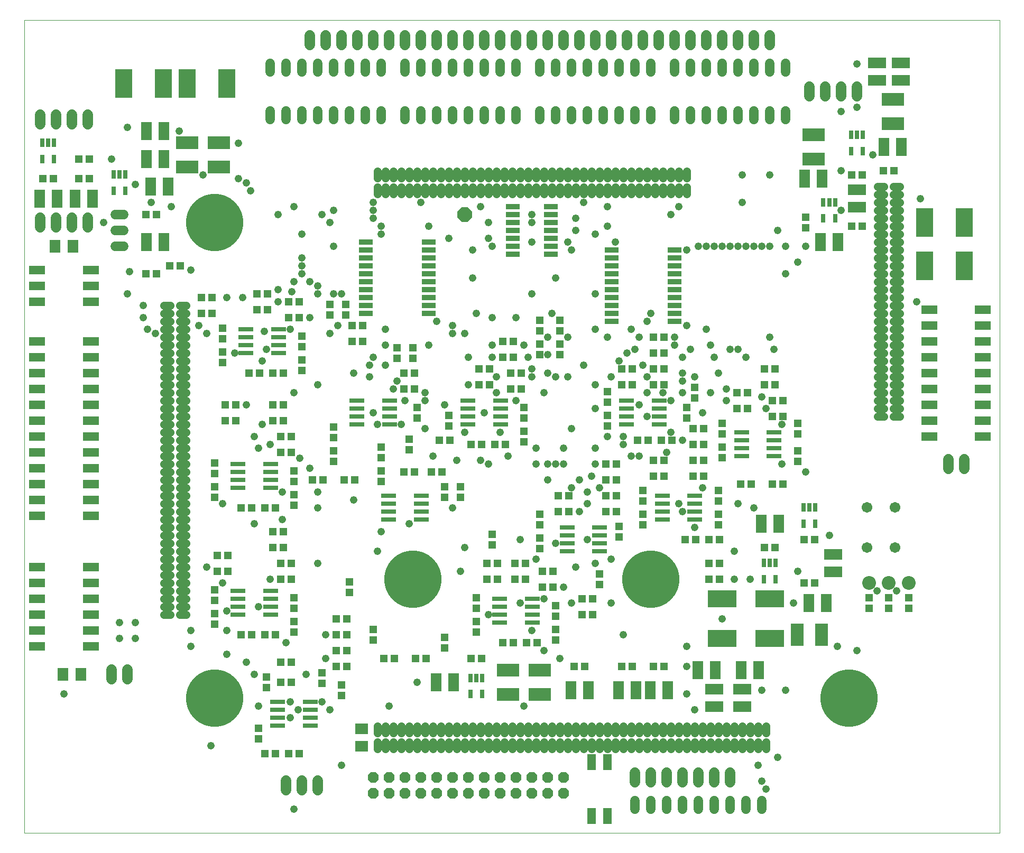
<source format=gts>
G75*
G70*
%OFA0B0*%
%FSLAX24Y24*%
%IPPOS*%
%LPD*%
%AMOC8*
5,1,8,0,0,1.08239X$1,22.5*
%
%ADD10C,0.0000*%
%ADD11C,0.0500*%
%ADD12R,0.0513X0.0474*%
%ADD13R,0.0474X0.0513*%
%ADD14R,0.0946X0.0316*%
%ADD15C,0.0600*%
%ADD16R,0.0880X0.0340*%
%ADD17R,0.1041X0.0525*%
%ADD18R,0.0710X0.1143*%
%ADD19C,0.0680*%
%ADD20OC8,0.0680*%
%ADD21R,0.0525X0.1041*%
%ADD22C,0.0867*%
%ADD23C,0.0674*%
%ADD24OC8,0.0930*%
%ADD25R,0.0297X0.0552*%
%ADD26R,0.1084X0.1812*%
%ADD27R,0.1419X0.0828*%
%ADD28R,0.1143X0.0710*%
%ADD29R,0.0828X0.1419*%
%ADD30R,0.0790X0.0710*%
%ADD31R,0.0710X0.0790*%
%ADD32R,0.1812X0.1084*%
%ADD33C,0.3623*%
%ADD34C,0.0476*%
D10*
X003680Y002180D02*
X003680Y053430D01*
X065180Y053430D01*
X065180Y002180D01*
X003680Y002180D01*
D11*
X012470Y015930D02*
X012890Y015930D01*
X012890Y016430D02*
X012470Y016430D01*
X012470Y016930D02*
X012890Y016930D01*
X012890Y017430D02*
X012470Y017430D01*
X012470Y017930D02*
X012890Y017930D01*
X012890Y018430D02*
X012470Y018430D01*
X012470Y018930D02*
X012890Y018930D01*
X012890Y019430D02*
X012470Y019430D01*
X012470Y019930D02*
X012890Y019930D01*
X012890Y020430D02*
X012470Y020430D01*
X012470Y020930D02*
X012890Y020930D01*
X012890Y021430D02*
X012470Y021430D01*
X012470Y021930D02*
X012890Y021930D01*
X012890Y022430D02*
X012470Y022430D01*
X012470Y022930D02*
X012890Y022930D01*
X012890Y023430D02*
X012470Y023430D01*
X012470Y023930D02*
X012890Y023930D01*
X012890Y024430D02*
X012470Y024430D01*
X012470Y024930D02*
X012890Y024930D01*
X012890Y025430D02*
X012470Y025430D01*
X012470Y025930D02*
X012890Y025930D01*
X012890Y026430D02*
X012470Y026430D01*
X012470Y026930D02*
X012890Y026930D01*
X012890Y027430D02*
X012470Y027430D01*
X012470Y027930D02*
X012890Y027930D01*
X012890Y028430D02*
X012470Y028430D01*
X012470Y028930D02*
X012890Y028930D01*
X012890Y029430D02*
X012470Y029430D01*
X012470Y029930D02*
X012890Y029930D01*
X012890Y030430D02*
X012470Y030430D01*
X012470Y030930D02*
X012890Y030930D01*
X012890Y031430D02*
X012470Y031430D01*
X012470Y031930D02*
X012890Y031930D01*
X012890Y032430D02*
X012470Y032430D01*
X012470Y032930D02*
X012890Y032930D01*
X012890Y033430D02*
X012470Y033430D01*
X012470Y033930D02*
X012890Y033930D01*
X012890Y034430D02*
X012470Y034430D01*
X012470Y034930D02*
X012890Y034930D01*
X012890Y035430D02*
X012470Y035430D01*
X013470Y035430D02*
X013890Y035430D01*
X013890Y034930D02*
X013470Y034930D01*
X013470Y034430D02*
X013890Y034430D01*
X013890Y033930D02*
X013470Y033930D01*
X013470Y033430D02*
X013890Y033430D01*
X013890Y032930D02*
X013470Y032930D01*
X013470Y032430D02*
X013890Y032430D01*
X013890Y031930D02*
X013470Y031930D01*
X013470Y031430D02*
X013890Y031430D01*
X013890Y030930D02*
X013470Y030930D01*
X013470Y030430D02*
X013890Y030430D01*
X013890Y029930D02*
X013470Y029930D01*
X013470Y029430D02*
X013890Y029430D01*
X013890Y028930D02*
X013470Y028930D01*
X013470Y028430D02*
X013890Y028430D01*
X013890Y027930D02*
X013470Y027930D01*
X013470Y027430D02*
X013890Y027430D01*
X013890Y026930D02*
X013470Y026930D01*
X013470Y026430D02*
X013890Y026430D01*
X013890Y025930D02*
X013470Y025930D01*
X013470Y025430D02*
X013890Y025430D01*
X013890Y024930D02*
X013470Y024930D01*
X013470Y024430D02*
X013890Y024430D01*
X013890Y023930D02*
X013470Y023930D01*
X013470Y023430D02*
X013890Y023430D01*
X013890Y022930D02*
X013470Y022930D01*
X013470Y022430D02*
X013890Y022430D01*
X013890Y021930D02*
X013470Y021930D01*
X013470Y021430D02*
X013890Y021430D01*
X013890Y020930D02*
X013470Y020930D01*
X013470Y020430D02*
X013890Y020430D01*
X013890Y019930D02*
X013470Y019930D01*
X013470Y019430D02*
X013890Y019430D01*
X013890Y018930D02*
X013470Y018930D01*
X013470Y018430D02*
X013890Y018430D01*
X013890Y017930D02*
X013470Y017930D01*
X013470Y017430D02*
X013890Y017430D01*
X013890Y016930D02*
X013470Y016930D01*
X013470Y016430D02*
X013890Y016430D01*
X013890Y015930D02*
X013470Y015930D01*
X025930Y008890D02*
X025930Y008470D01*
X026430Y008470D02*
X026430Y008890D01*
X026930Y008890D02*
X026930Y008470D01*
X027430Y008470D02*
X027430Y008890D01*
X027930Y008890D02*
X027930Y008470D01*
X028430Y008470D02*
X028430Y008890D01*
X028930Y008890D02*
X028930Y008470D01*
X029430Y008470D02*
X029430Y008890D01*
X029930Y008890D02*
X029930Y008470D01*
X030430Y008470D02*
X030430Y008890D01*
X030930Y008890D02*
X030930Y008470D01*
X031430Y008470D02*
X031430Y008890D01*
X031930Y008890D02*
X031930Y008470D01*
X032430Y008470D02*
X032430Y008890D01*
X032930Y008890D02*
X032930Y008470D01*
X033430Y008470D02*
X033430Y008890D01*
X033930Y008890D02*
X033930Y008470D01*
X034430Y008470D02*
X034430Y008890D01*
X034930Y008890D02*
X034930Y008470D01*
X035430Y008470D02*
X035430Y008890D01*
X035930Y008890D02*
X035930Y008470D01*
X036430Y008470D02*
X036430Y008890D01*
X036930Y008890D02*
X036930Y008470D01*
X037430Y008470D02*
X037430Y008890D01*
X037930Y008890D02*
X037930Y008470D01*
X038430Y008470D02*
X038430Y008890D01*
X038930Y008890D02*
X038930Y008470D01*
X039430Y008470D02*
X039430Y008890D01*
X039930Y008890D02*
X039930Y008470D01*
X040430Y008470D02*
X040430Y008890D01*
X040930Y008890D02*
X040930Y008470D01*
X041430Y008470D02*
X041430Y008890D01*
X041930Y008890D02*
X041930Y008470D01*
X042430Y008470D02*
X042430Y008890D01*
X042930Y008890D02*
X042930Y008470D01*
X043430Y008470D02*
X043430Y008890D01*
X043930Y008890D02*
X043930Y008470D01*
X044430Y008470D02*
X044430Y008890D01*
X044930Y008890D02*
X044930Y008470D01*
X045430Y008470D02*
X045430Y008890D01*
X045930Y008890D02*
X045930Y008470D01*
X046430Y008470D02*
X046430Y008890D01*
X046930Y008890D02*
X046930Y008470D01*
X047430Y008470D02*
X047430Y008890D01*
X047930Y008890D02*
X047930Y008470D01*
X048430Y008470D02*
X048430Y008890D01*
X048930Y008890D02*
X048930Y008470D01*
X049430Y008470D02*
X049430Y008890D01*
X049930Y008890D02*
X049930Y008470D01*
X050430Y008470D02*
X050430Y008890D01*
X050430Y007890D02*
X050430Y007470D01*
X049930Y007470D02*
X049930Y007890D01*
X049430Y007890D02*
X049430Y007470D01*
X048930Y007470D02*
X048930Y007890D01*
X048430Y007890D02*
X048430Y007470D01*
X047930Y007470D02*
X047930Y007890D01*
X047430Y007890D02*
X047430Y007470D01*
X046930Y007470D02*
X046930Y007890D01*
X046430Y007890D02*
X046430Y007470D01*
X045930Y007470D02*
X045930Y007890D01*
X045430Y007890D02*
X045430Y007470D01*
X044930Y007470D02*
X044930Y007890D01*
X044430Y007890D02*
X044430Y007470D01*
X043930Y007470D02*
X043930Y007890D01*
X043430Y007890D02*
X043430Y007470D01*
X042930Y007470D02*
X042930Y007890D01*
X042430Y007890D02*
X042430Y007470D01*
X041930Y007470D02*
X041930Y007890D01*
X041430Y007890D02*
X041430Y007470D01*
X040930Y007470D02*
X040930Y007890D01*
X040430Y007890D02*
X040430Y007470D01*
X039930Y007470D02*
X039930Y007890D01*
X039430Y007890D02*
X039430Y007470D01*
X038930Y007470D02*
X038930Y007890D01*
X038430Y007890D02*
X038430Y007470D01*
X037930Y007470D02*
X037930Y007890D01*
X037430Y007890D02*
X037430Y007470D01*
X036930Y007470D02*
X036930Y007890D01*
X036430Y007890D02*
X036430Y007470D01*
X035930Y007470D02*
X035930Y007890D01*
X035430Y007890D02*
X035430Y007470D01*
X034930Y007470D02*
X034930Y007890D01*
X034430Y007890D02*
X034430Y007470D01*
X033930Y007470D02*
X033930Y007890D01*
X033430Y007890D02*
X033430Y007470D01*
X032930Y007470D02*
X032930Y007890D01*
X032430Y007890D02*
X032430Y007470D01*
X031930Y007470D02*
X031930Y007890D01*
X031430Y007890D02*
X031430Y007470D01*
X030930Y007470D02*
X030930Y007890D01*
X030430Y007890D02*
X030430Y007470D01*
X029930Y007470D02*
X029930Y007890D01*
X029430Y007890D02*
X029430Y007470D01*
X028930Y007470D02*
X028930Y007890D01*
X028430Y007890D02*
X028430Y007470D01*
X027930Y007470D02*
X027930Y007890D01*
X027430Y007890D02*
X027430Y007470D01*
X026930Y007470D02*
X026930Y007890D01*
X026430Y007890D02*
X026430Y007470D01*
X025930Y007470D02*
X025930Y007890D01*
X057470Y028430D02*
X057890Y028430D01*
X057890Y028930D02*
X057470Y028930D01*
X057470Y029430D02*
X057890Y029430D01*
X057890Y029930D02*
X057470Y029930D01*
X057470Y030430D02*
X057890Y030430D01*
X057890Y030930D02*
X057470Y030930D01*
X057470Y031430D02*
X057890Y031430D01*
X057890Y031930D02*
X057470Y031930D01*
X057470Y032430D02*
X057890Y032430D01*
X057890Y032930D02*
X057470Y032930D01*
X057470Y033430D02*
X057890Y033430D01*
X057890Y033930D02*
X057470Y033930D01*
X057470Y034430D02*
X057890Y034430D01*
X057890Y034930D02*
X057470Y034930D01*
X057470Y035430D02*
X057890Y035430D01*
X057890Y035930D02*
X057470Y035930D01*
X057470Y036430D02*
X057890Y036430D01*
X057890Y036930D02*
X057470Y036930D01*
X057470Y037430D02*
X057890Y037430D01*
X057890Y037930D02*
X057470Y037930D01*
X057470Y038430D02*
X057890Y038430D01*
X057890Y038930D02*
X057470Y038930D01*
X057470Y039430D02*
X057890Y039430D01*
X057890Y039930D02*
X057470Y039930D01*
X057470Y040430D02*
X057890Y040430D01*
X057890Y040930D02*
X057470Y040930D01*
X057470Y041430D02*
X057890Y041430D01*
X057890Y041930D02*
X057470Y041930D01*
X057470Y042430D02*
X057890Y042430D01*
X057890Y042930D02*
X057470Y042930D01*
X058470Y042930D02*
X058890Y042930D01*
X058890Y042430D02*
X058470Y042430D01*
X058470Y041930D02*
X058890Y041930D01*
X058890Y041430D02*
X058470Y041430D01*
X058470Y040930D02*
X058890Y040930D01*
X058890Y040430D02*
X058470Y040430D01*
X058470Y039930D02*
X058890Y039930D01*
X058890Y039430D02*
X058470Y039430D01*
X058470Y038930D02*
X058890Y038930D01*
X058890Y038430D02*
X058470Y038430D01*
X058470Y037930D02*
X058890Y037930D01*
X058890Y037430D02*
X058470Y037430D01*
X058470Y036930D02*
X058890Y036930D01*
X058890Y036430D02*
X058470Y036430D01*
X058470Y035930D02*
X058890Y035930D01*
X058890Y035430D02*
X058470Y035430D01*
X058470Y034930D02*
X058890Y034930D01*
X058890Y034430D02*
X058470Y034430D01*
X058470Y033930D02*
X058890Y033930D01*
X058890Y033430D02*
X058470Y033430D01*
X058470Y032930D02*
X058890Y032930D01*
X058890Y032430D02*
X058470Y032430D01*
X058470Y031930D02*
X058890Y031930D01*
X058890Y031430D02*
X058470Y031430D01*
X058470Y030930D02*
X058890Y030930D01*
X058890Y030430D02*
X058470Y030430D01*
X058470Y029930D02*
X058890Y029930D01*
X058890Y029430D02*
X058470Y029430D01*
X058470Y028930D02*
X058890Y028930D01*
X058890Y028430D02*
X058470Y028430D01*
X045430Y042470D02*
X045430Y042890D01*
X044930Y042890D02*
X044930Y042470D01*
X044430Y042470D02*
X044430Y042890D01*
X043930Y042890D02*
X043930Y042470D01*
X043430Y042470D02*
X043430Y042890D01*
X042930Y042890D02*
X042930Y042470D01*
X042430Y042470D02*
X042430Y042890D01*
X041930Y042890D02*
X041930Y042470D01*
X041430Y042470D02*
X041430Y042890D01*
X040930Y042890D02*
X040930Y042470D01*
X040430Y042470D02*
X040430Y042890D01*
X039930Y042890D02*
X039930Y042470D01*
X039430Y042470D02*
X039430Y042890D01*
X038930Y042890D02*
X038930Y042470D01*
X038430Y042470D02*
X038430Y042890D01*
X037930Y042890D02*
X037930Y042470D01*
X037430Y042470D02*
X037430Y042890D01*
X036930Y042890D02*
X036930Y042470D01*
X036430Y042470D02*
X036430Y042890D01*
X035930Y042890D02*
X035930Y042470D01*
X035430Y042470D02*
X035430Y042890D01*
X034930Y042890D02*
X034930Y042470D01*
X034430Y042470D02*
X034430Y042890D01*
X033930Y042890D02*
X033930Y042470D01*
X033430Y042470D02*
X033430Y042890D01*
X032930Y042890D02*
X032930Y042470D01*
X032430Y042470D02*
X032430Y042890D01*
X031930Y042890D02*
X031930Y042470D01*
X031430Y042470D02*
X031430Y042890D01*
X030930Y042890D02*
X030930Y042470D01*
X030430Y042470D02*
X030430Y042890D01*
X029930Y042890D02*
X029930Y042470D01*
X029430Y042470D02*
X029430Y042890D01*
X028930Y042890D02*
X028930Y042470D01*
X028430Y042470D02*
X028430Y042890D01*
X027930Y042890D02*
X027930Y042470D01*
X027430Y042470D02*
X027430Y042890D01*
X026930Y042890D02*
X026930Y042470D01*
X026430Y042470D02*
X026430Y042890D01*
X025930Y042890D02*
X025930Y042470D01*
X025930Y043470D02*
X025930Y043890D01*
X026430Y043890D02*
X026430Y043470D01*
X026930Y043470D02*
X026930Y043890D01*
X027430Y043890D02*
X027430Y043470D01*
X027930Y043470D02*
X027930Y043890D01*
X028430Y043890D02*
X028430Y043470D01*
X028930Y043470D02*
X028930Y043890D01*
X029430Y043890D02*
X029430Y043470D01*
X029930Y043470D02*
X029930Y043890D01*
X030430Y043890D02*
X030430Y043470D01*
X030930Y043470D02*
X030930Y043890D01*
X031430Y043890D02*
X031430Y043470D01*
X031930Y043470D02*
X031930Y043890D01*
X032430Y043890D02*
X032430Y043470D01*
X032930Y043470D02*
X032930Y043890D01*
X033430Y043890D02*
X033430Y043470D01*
X033930Y043470D02*
X033930Y043890D01*
X034430Y043890D02*
X034430Y043470D01*
X034930Y043470D02*
X034930Y043890D01*
X035430Y043890D02*
X035430Y043470D01*
X035930Y043470D02*
X035930Y043890D01*
X036430Y043890D02*
X036430Y043470D01*
X036930Y043470D02*
X036930Y043890D01*
X037430Y043890D02*
X037430Y043470D01*
X037930Y043470D02*
X037930Y043890D01*
X038430Y043890D02*
X038430Y043470D01*
X038930Y043470D02*
X038930Y043890D01*
X039430Y043890D02*
X039430Y043470D01*
X039930Y043470D02*
X039930Y043890D01*
X040430Y043890D02*
X040430Y043470D01*
X040930Y043470D02*
X040930Y043890D01*
X041430Y043890D02*
X041430Y043470D01*
X041930Y043470D02*
X041930Y043890D01*
X042430Y043890D02*
X042430Y043470D01*
X042930Y043470D02*
X042930Y043890D01*
X043430Y043890D02*
X043430Y043470D01*
X043930Y043470D02*
X043930Y043890D01*
X044430Y043890D02*
X044430Y043470D01*
X044930Y043470D02*
X044930Y043890D01*
X045430Y043890D02*
X045430Y043470D01*
D12*
X055845Y043680D03*
X056515Y043680D03*
X057845Y043930D03*
X058515Y043930D03*
X056515Y040430D03*
X055845Y040430D03*
X044015Y032430D03*
X043345Y032430D03*
X043345Y031430D03*
X044015Y031430D03*
X044015Y030430D03*
X043345Y030430D03*
X042015Y030430D03*
X041345Y030430D03*
X040430Y030015D03*
X040430Y029345D03*
X040430Y028515D03*
X040430Y027845D03*
X043345Y024680D03*
X044015Y024680D03*
X042680Y023765D03*
X042680Y023095D03*
X042680Y022265D03*
X042680Y021595D03*
X041180Y021515D03*
X041180Y020845D03*
X041015Y022430D03*
X040345Y022430D03*
X040345Y023430D03*
X041015Y023430D03*
X041015Y024430D03*
X040345Y024430D03*
X038015Y022430D03*
X037345Y022430D03*
X036180Y022265D03*
X036180Y021595D03*
X036180Y020765D03*
X036180Y020095D03*
X036345Y018680D03*
X037015Y018680D03*
X037015Y017680D03*
X036345Y017680D03*
X035265Y018180D03*
X034595Y018180D03*
X033515Y018180D03*
X032845Y018180D03*
X032180Y017015D03*
X032180Y016345D03*
X032180Y015515D03*
X032180Y014845D03*
X031845Y013180D03*
X032515Y013180D03*
X030180Y013845D03*
X030180Y014515D03*
X025680Y014345D03*
X025680Y015015D03*
X024015Y014680D03*
X023345Y014680D03*
X023345Y013680D03*
X024015Y013680D03*
X024015Y012680D03*
X023345Y012680D03*
X022430Y012265D03*
X022430Y011595D03*
X023680Y011515D03*
X023680Y010845D03*
X020515Y011680D03*
X019845Y011680D03*
X018930Y012015D03*
X018930Y011345D03*
X018430Y008765D03*
X018430Y008095D03*
X020680Y014845D03*
X020680Y015515D03*
X020680Y016345D03*
X020680Y017015D03*
X020515Y018180D03*
X019845Y018180D03*
X019845Y019180D03*
X020515Y019180D03*
X020015Y020180D03*
X019345Y020180D03*
X020680Y022845D03*
X020680Y023515D03*
X020680Y024345D03*
X020680Y025015D03*
X020515Y026180D03*
X019845Y026180D03*
X019845Y027180D03*
X020515Y027180D03*
X020015Y028180D03*
X019345Y028180D03*
X017015Y028180D03*
X016345Y028180D03*
X015680Y025515D03*
X015680Y024845D03*
X015680Y024015D03*
X015680Y023345D03*
X015845Y018680D03*
X016515Y018680D03*
X015680Y017515D03*
X015680Y016845D03*
X015680Y016015D03*
X015680Y015345D03*
X024180Y017345D03*
X024180Y018015D03*
X026180Y024345D03*
X026180Y025015D03*
X027930Y026345D03*
X027930Y027015D03*
X028430Y028345D03*
X028430Y029015D03*
X028265Y030180D03*
X027595Y030180D03*
X027595Y031180D03*
X028265Y031180D03*
X027180Y032095D03*
X027180Y032765D03*
X025015Y033180D03*
X024345Y033180D03*
X021180Y032845D03*
X021180Y033515D03*
X021180Y032015D03*
X021180Y031345D03*
X021015Y034680D03*
X020345Y034680D03*
X020345Y035680D03*
X021015Y035680D03*
X019015Y035180D03*
X018345Y035180D03*
X016180Y034015D03*
X016180Y033345D03*
X016180Y032515D03*
X016180Y031845D03*
X015515Y034930D03*
X014845Y034930D03*
X013515Y037930D03*
X012845Y037930D03*
X012015Y037430D03*
X011345Y037430D03*
X011345Y041180D03*
X012015Y041180D03*
X007765Y043430D03*
X007095Y043430D03*
X005515Y043430D03*
X004845Y043430D03*
X023180Y027765D03*
X023180Y027095D03*
X023180Y026265D03*
X023180Y025595D03*
X029345Y024930D03*
X030015Y024930D03*
X030430Y027845D03*
X030430Y028515D03*
X032345Y030430D03*
X033015Y030430D03*
X034345Y030180D03*
X035015Y030180D03*
X035015Y031180D03*
X034345Y031180D03*
X034515Y032180D03*
X033845Y032180D03*
X035180Y029015D03*
X035180Y028345D03*
X035180Y027515D03*
X035180Y026845D03*
X033180Y021015D03*
X033180Y020345D03*
X037180Y016515D03*
X037180Y015845D03*
X037180Y015015D03*
X037180Y014345D03*
X038345Y012680D03*
X039015Y012680D03*
X041345Y012680D03*
X042015Y012680D03*
X043345Y012680D03*
X044015Y012680D03*
X039930Y017845D03*
X039930Y018515D03*
X046845Y018180D03*
X047515Y018180D03*
X047515Y019180D03*
X046845Y019180D03*
X047430Y021595D03*
X047430Y022265D03*
X047430Y023095D03*
X047430Y023765D03*
X046515Y024680D03*
X045845Y024680D03*
X045845Y025680D03*
X046515Y025680D03*
X047680Y025845D03*
X047680Y026515D03*
X047680Y027345D03*
X046515Y026680D03*
X045845Y026680D03*
X045430Y028345D03*
X045430Y029015D03*
X045930Y029595D03*
X045930Y030265D03*
X047680Y028015D03*
X048595Y028930D03*
X049265Y028930D03*
X050845Y028430D03*
X051515Y028430D03*
X052430Y028015D03*
X052430Y027345D03*
X052430Y026265D03*
X052430Y025595D03*
X051515Y029430D03*
X050845Y029430D03*
X051015Y030430D03*
X050345Y030430D03*
X052845Y020680D03*
X053515Y020680D03*
X051015Y020180D03*
X050345Y020180D03*
X052845Y017930D03*
X053515Y017930D03*
X056930Y017015D03*
X056930Y016345D03*
X058180Y016345D03*
X058180Y017015D03*
X059430Y017015D03*
X059430Y016345D03*
D13*
X051515Y024180D03*
X050845Y024180D03*
X049515Y024180D03*
X048845Y024180D03*
X047515Y020680D03*
X046845Y020680D03*
X046015Y020680D03*
X045345Y020680D03*
X044015Y025680D03*
X043345Y025680D03*
X043015Y026930D03*
X042345Y026930D03*
X043845Y026930D03*
X044515Y026930D03*
X045845Y027680D03*
X046515Y027680D03*
X048595Y029930D03*
X049265Y029930D03*
X050345Y031430D03*
X051015Y031430D03*
X044015Y033430D03*
X043345Y033430D03*
X042015Y031430D03*
X041345Y031430D03*
X037430Y032345D03*
X037430Y033015D03*
X037430Y033845D03*
X037430Y034515D03*
X036180Y034515D03*
X036180Y033845D03*
X036180Y033015D03*
X036180Y032345D03*
X034515Y033180D03*
X033845Y033180D03*
X033015Y031430D03*
X032345Y031430D03*
X028180Y032095D03*
X028180Y032765D03*
X025015Y034180D03*
X024345Y034180D03*
X023930Y034845D03*
X023930Y035515D03*
X022930Y035515D03*
X022930Y034845D03*
X019015Y036180D03*
X018345Y036180D03*
X015515Y035930D03*
X014845Y035930D03*
X017845Y031180D03*
X018515Y031180D03*
X019345Y031180D03*
X020015Y031180D03*
X020015Y029180D03*
X019345Y029180D03*
X017015Y029180D03*
X016345Y029180D03*
X021845Y024430D03*
X022515Y024430D03*
X023845Y024430D03*
X024515Y024430D03*
X026180Y025845D03*
X026180Y026515D03*
X027595Y024930D03*
X028265Y024930D03*
X030180Y024015D03*
X030180Y023345D03*
X031180Y023345D03*
X031180Y024015D03*
X031845Y026680D03*
X032515Y026680D03*
X033345Y026680D03*
X034015Y026680D03*
X030515Y026930D03*
X029845Y026930D03*
X037345Y023430D03*
X038015Y023430D03*
X040345Y025430D03*
X041015Y025430D03*
X035265Y019180D03*
X034595Y019180D03*
X033515Y019180D03*
X032845Y019180D03*
X033845Y014180D03*
X034515Y014180D03*
X035345Y014180D03*
X036015Y014180D03*
X038845Y015930D03*
X039515Y015930D03*
X039515Y016930D03*
X038845Y016930D03*
X029015Y013180D03*
X028345Y013180D03*
X027015Y013180D03*
X026345Y013180D03*
X024015Y015680D03*
X023345Y015680D03*
X020515Y012930D03*
X019845Y012930D03*
X019515Y014680D03*
X018845Y014680D03*
X018015Y014680D03*
X017345Y014680D03*
X016515Y019680D03*
X015845Y019680D03*
X017345Y022680D03*
X018015Y022680D03*
X018845Y022680D03*
X019515Y022680D03*
X019345Y021180D03*
X020015Y021180D03*
X020345Y007180D03*
X021015Y007180D03*
X019515Y007180D03*
X018845Y007180D03*
X052930Y040345D03*
X052930Y041015D03*
X007765Y044680D03*
X007095Y044680D03*
D14*
X017656Y033930D03*
X017656Y033430D03*
X017656Y032930D03*
X017656Y032430D03*
X019704Y032430D03*
X019704Y032930D03*
X019704Y033430D03*
X019704Y033930D03*
X024656Y029430D03*
X024656Y028930D03*
X024656Y028430D03*
X024656Y027930D03*
X026704Y027930D03*
X026704Y028430D03*
X026704Y028930D03*
X026704Y029430D03*
X031656Y029430D03*
X031656Y028930D03*
X031656Y028430D03*
X031656Y027930D03*
X033704Y027930D03*
X033704Y028430D03*
X033704Y028930D03*
X033704Y029430D03*
X028704Y023430D03*
X028704Y022930D03*
X028704Y022430D03*
X028704Y021930D03*
X026656Y021930D03*
X026656Y022430D03*
X026656Y022930D03*
X026656Y023430D03*
X019204Y023930D03*
X019204Y024430D03*
X019204Y024930D03*
X019204Y025430D03*
X017156Y025430D03*
X017156Y024930D03*
X017156Y024430D03*
X017156Y023930D03*
X017156Y017430D03*
X017156Y016930D03*
X017156Y016430D03*
X017156Y015930D03*
X019204Y015930D03*
X019204Y016430D03*
X019204Y016930D03*
X019204Y017430D03*
X019656Y010430D03*
X019656Y009930D03*
X019656Y009430D03*
X019656Y008930D03*
X021704Y008930D03*
X021704Y009430D03*
X021704Y009930D03*
X021704Y010430D03*
X033656Y015430D03*
X033656Y015930D03*
X033656Y016430D03*
X033656Y016930D03*
X035704Y016930D03*
X035704Y016430D03*
X035704Y015930D03*
X035704Y015430D03*
X037906Y019930D03*
X037906Y020430D03*
X037906Y020930D03*
X037906Y021430D03*
X039954Y021430D03*
X039954Y020930D03*
X039954Y020430D03*
X039954Y019930D03*
X043906Y021930D03*
X043906Y022430D03*
X043906Y022930D03*
X043906Y023430D03*
X045954Y023430D03*
X045954Y022930D03*
X045954Y022430D03*
X045954Y021930D03*
X048906Y025930D03*
X048906Y026430D03*
X048906Y026930D03*
X048906Y027430D03*
X050954Y027430D03*
X050954Y026930D03*
X050954Y026430D03*
X050954Y025930D03*
X043704Y027930D03*
X043704Y028430D03*
X043704Y028930D03*
X043704Y029430D03*
X041656Y029430D03*
X041656Y028930D03*
X041656Y028430D03*
X041656Y027930D03*
D15*
X041180Y047170D02*
X041180Y047690D01*
X042180Y047690D02*
X042180Y047170D01*
X043180Y047170D02*
X043180Y047690D01*
X044680Y047690D02*
X044680Y047170D01*
X045680Y047170D02*
X045680Y047690D01*
X046680Y047690D02*
X046680Y047170D01*
X047680Y047170D02*
X047680Y047690D01*
X048680Y047690D02*
X048680Y047170D01*
X049680Y047170D02*
X049680Y047690D01*
X050680Y047690D02*
X050680Y047170D01*
X051680Y047170D02*
X051680Y047690D01*
X051680Y050170D02*
X051680Y050690D01*
X050680Y050690D02*
X050680Y050170D01*
X049680Y050170D02*
X049680Y050690D01*
X048680Y050690D02*
X048680Y050170D01*
X047680Y050170D02*
X047680Y050690D01*
X046680Y050690D02*
X046680Y050170D01*
X045680Y050170D02*
X045680Y050690D01*
X044680Y050690D02*
X044680Y050170D01*
X043180Y050170D02*
X043180Y050690D01*
X042180Y050690D02*
X042180Y050170D01*
X041180Y050170D02*
X041180Y050690D01*
X040180Y050690D02*
X040180Y050170D01*
X039180Y050170D02*
X039180Y050690D01*
X038180Y050690D02*
X038180Y050170D01*
X037180Y050170D02*
X037180Y050690D01*
X036180Y050690D02*
X036180Y050170D01*
X034680Y050170D02*
X034680Y050690D01*
X033680Y050690D02*
X033680Y050170D01*
X032680Y050170D02*
X032680Y050690D01*
X031680Y050690D02*
X031680Y050170D01*
X030680Y050170D02*
X030680Y050690D01*
X029680Y050690D02*
X029680Y050170D01*
X028680Y050170D02*
X028680Y050690D01*
X027680Y050690D02*
X027680Y050170D01*
X026180Y050170D02*
X026180Y050690D01*
X025180Y050690D02*
X025180Y050170D01*
X024180Y050170D02*
X024180Y050690D01*
X023180Y050690D02*
X023180Y050170D01*
X022180Y050170D02*
X022180Y050690D01*
X021180Y050690D02*
X021180Y050170D01*
X020180Y050170D02*
X020180Y050690D01*
X019180Y050690D02*
X019180Y050170D01*
X019180Y047690D02*
X019180Y047170D01*
X020180Y047170D02*
X020180Y047690D01*
X021180Y047690D02*
X021180Y047170D01*
X022180Y047170D02*
X022180Y047690D01*
X023180Y047690D02*
X023180Y047170D01*
X024180Y047170D02*
X024180Y047690D01*
X025180Y047690D02*
X025180Y047170D01*
X026180Y047170D02*
X026180Y047690D01*
X027680Y047690D02*
X027680Y047170D01*
X028680Y047170D02*
X028680Y047690D01*
X029680Y047690D02*
X029680Y047170D01*
X030680Y047170D02*
X030680Y047690D01*
X031680Y047690D02*
X031680Y047170D01*
X032680Y047170D02*
X032680Y047690D01*
X033680Y047690D02*
X033680Y047170D01*
X034680Y047170D02*
X034680Y047690D01*
X036180Y047690D02*
X036180Y047170D01*
X037180Y047170D02*
X037180Y047690D01*
X038180Y047690D02*
X038180Y047170D01*
X039180Y047170D02*
X039180Y047690D01*
X040180Y047690D02*
X040180Y047170D01*
X009940Y041180D02*
X009420Y041180D01*
X009420Y040180D02*
X009940Y040180D01*
X009940Y039180D02*
X009420Y039180D01*
X042180Y004190D02*
X042180Y003670D01*
X043180Y003670D02*
X043180Y004190D01*
X044180Y004190D02*
X044180Y003670D01*
X045180Y003670D02*
X045180Y004190D01*
X046180Y004190D02*
X046180Y003670D01*
X047180Y003670D02*
X047180Y004190D01*
X048180Y004190D02*
X048180Y003670D01*
X049180Y003670D02*
X049180Y004190D01*
X050180Y004190D02*
X050180Y003670D01*
D16*
X044660Y034430D03*
X044660Y034930D03*
X044660Y035430D03*
X044660Y035930D03*
X044660Y036430D03*
X044660Y036930D03*
X044660Y037430D03*
X044660Y037930D03*
X044660Y038430D03*
X044660Y038930D03*
X040700Y038930D03*
X040700Y038430D03*
X040700Y037930D03*
X040700Y037430D03*
X040700Y036930D03*
X040700Y036430D03*
X040700Y035930D03*
X040700Y035430D03*
X040700Y034930D03*
X040700Y034430D03*
X036890Y038680D03*
X036890Y039180D03*
X036890Y039680D03*
X036890Y040180D03*
X036890Y040680D03*
X036890Y041180D03*
X036890Y041680D03*
X034470Y041680D03*
X034470Y041180D03*
X034470Y040680D03*
X034470Y040180D03*
X034470Y039680D03*
X034470Y039180D03*
X034470Y038680D03*
X029160Y038430D03*
X029160Y037930D03*
X029160Y037430D03*
X029160Y036930D03*
X029160Y036430D03*
X029160Y035930D03*
X029160Y035430D03*
X029160Y034930D03*
X025200Y034930D03*
X025200Y035430D03*
X025200Y035930D03*
X025200Y036430D03*
X025200Y036930D03*
X025200Y037430D03*
X025200Y037930D03*
X025200Y038430D03*
X025200Y038930D03*
X025200Y039430D03*
X029160Y039430D03*
X029160Y038930D03*
D17*
X007873Y037680D03*
X007873Y036680D03*
X007873Y035680D03*
X007873Y033180D03*
X007873Y032180D03*
X007873Y031180D03*
X007873Y030180D03*
X007873Y029180D03*
X007873Y028180D03*
X007873Y027180D03*
X007873Y026180D03*
X007873Y025180D03*
X007873Y024180D03*
X007873Y023180D03*
X007873Y022180D03*
X004487Y022180D03*
X004487Y023180D03*
X004487Y024180D03*
X004487Y025180D03*
X004487Y026180D03*
X004487Y027180D03*
X004487Y028180D03*
X004487Y029180D03*
X004487Y030180D03*
X004487Y031180D03*
X004487Y032180D03*
X004487Y033180D03*
X004487Y035680D03*
X004487Y036680D03*
X004487Y037680D03*
X004487Y018930D03*
X004487Y017930D03*
X004487Y016930D03*
X004487Y015930D03*
X004487Y014930D03*
X004487Y013930D03*
X007873Y013930D03*
X007873Y014930D03*
X007873Y015930D03*
X007873Y016930D03*
X007873Y017930D03*
X007873Y018930D03*
X060737Y027180D03*
X060737Y028180D03*
X060737Y029180D03*
X060737Y030180D03*
X060737Y031180D03*
X060737Y032180D03*
X060737Y033180D03*
X060737Y034180D03*
X060737Y035180D03*
X064123Y035180D03*
X064123Y034180D03*
X064123Y033180D03*
X064123Y032180D03*
X064123Y031180D03*
X064123Y030180D03*
X064123Y029180D03*
X064123Y028180D03*
X064123Y027180D03*
D18*
X051231Y021680D03*
X050129Y021680D03*
X053129Y016680D03*
X054231Y016680D03*
X049981Y012430D03*
X048879Y012430D03*
X047231Y012430D03*
X046129Y012430D03*
X044231Y011180D03*
X043129Y011180D03*
X042231Y011180D03*
X041129Y011180D03*
X039231Y011180D03*
X038129Y011180D03*
X030731Y011680D03*
X029629Y011680D03*
X012481Y039430D03*
X011379Y039430D03*
X007981Y042180D03*
X006879Y042180D03*
X005731Y042180D03*
X004629Y042180D03*
X011379Y044680D03*
X012481Y044680D03*
X012731Y042930D03*
X011629Y042930D03*
X011379Y046430D03*
X012481Y046430D03*
X052879Y043430D03*
X053981Y043430D03*
X057879Y045430D03*
X058981Y045430D03*
X054981Y039430D03*
X053879Y039430D03*
D19*
X054180Y048630D02*
X054180Y049230D01*
X055180Y049230D02*
X055180Y048630D01*
X056180Y048630D02*
X056180Y049230D01*
X053180Y049230D02*
X053180Y048630D01*
X050680Y051880D02*
X050680Y052480D01*
X049680Y052480D02*
X049680Y051880D01*
X048680Y051880D02*
X048680Y052480D01*
X047680Y052480D02*
X047680Y051880D01*
X046680Y051880D02*
X046680Y052480D01*
X045680Y052480D02*
X045680Y051880D01*
X044680Y051880D02*
X044680Y052480D01*
X043680Y052480D02*
X043680Y051880D01*
X042680Y051880D02*
X042680Y052480D01*
X041680Y052480D02*
X041680Y051880D01*
X040680Y051880D02*
X040680Y052480D01*
X039680Y052480D02*
X039680Y051880D01*
X038680Y051880D02*
X038680Y052480D01*
X037680Y052480D02*
X037680Y051880D01*
X036680Y051880D02*
X036680Y052480D01*
X035680Y052480D02*
X035680Y051880D01*
X034680Y051880D02*
X034680Y052480D01*
X033680Y052480D02*
X033680Y051880D01*
X032680Y051880D02*
X032680Y052480D01*
X031680Y052480D02*
X031680Y051880D01*
X030680Y051880D02*
X030680Y052480D01*
X029680Y052480D02*
X029680Y051880D01*
X028680Y051880D02*
X028680Y052480D01*
X027680Y052480D02*
X027680Y051880D01*
X026680Y051880D02*
X026680Y052480D01*
X025680Y052480D02*
X025680Y051880D01*
X024680Y051880D02*
X024680Y052480D01*
X023680Y052480D02*
X023680Y051880D01*
X022680Y051880D02*
X022680Y052480D01*
X021680Y052480D02*
X021680Y051880D01*
X007680Y047480D02*
X007680Y046880D01*
X006680Y046880D02*
X006680Y047480D01*
X005680Y047480D02*
X005680Y046880D01*
X004680Y046880D02*
X004680Y047480D01*
X004680Y040980D02*
X004680Y040380D01*
X005680Y040380D02*
X005680Y040980D01*
X006680Y040980D02*
X006680Y040380D01*
X007680Y040380D02*
X007680Y040980D01*
X009180Y012480D02*
X009180Y011880D01*
X010180Y011880D02*
X010180Y012480D01*
X020180Y005480D02*
X020180Y004880D01*
X021180Y004880D02*
X021180Y005480D01*
X022180Y005480D02*
X022180Y004880D01*
X042180Y005380D02*
X042180Y005980D01*
X043180Y005980D02*
X043180Y005380D01*
X044180Y005380D02*
X044180Y005980D01*
X045180Y005980D02*
X045180Y005380D01*
X046180Y005380D02*
X046180Y005980D01*
X047180Y005980D02*
X047180Y005380D01*
X048180Y005380D02*
X048180Y005980D01*
X061930Y025130D02*
X061930Y025730D01*
X062930Y025730D02*
X062930Y025130D01*
D20*
X037680Y005680D03*
X036680Y005680D03*
X036680Y004680D03*
X037680Y004680D03*
X035680Y004680D03*
X034680Y004680D03*
X033680Y004680D03*
X033680Y005680D03*
X034680Y005680D03*
X035680Y005680D03*
X032680Y005680D03*
X031680Y005680D03*
X031680Y004680D03*
X032680Y004680D03*
X030680Y004680D03*
X029680Y004680D03*
X029680Y005680D03*
X030680Y005680D03*
X028680Y005680D03*
X027680Y005680D03*
X027680Y004680D03*
X028680Y004680D03*
X026680Y004680D03*
X025680Y004680D03*
X025680Y005680D03*
X026680Y005680D03*
D21*
X039430Y006623D03*
X040430Y006623D03*
X040430Y003237D03*
X039430Y003237D03*
D22*
X056930Y017930D03*
X058180Y017930D03*
X059430Y017930D03*
D23*
X058566Y020150D03*
X056794Y020150D03*
X056794Y022710D03*
X058566Y022710D03*
D24*
X031430Y041180D03*
D25*
X010054Y042668D03*
X009306Y042668D03*
X009306Y043692D03*
X009680Y043692D03*
X010054Y043692D03*
X005554Y044668D03*
X004806Y044668D03*
X004806Y045692D03*
X005180Y045692D03*
X005554Y045692D03*
X031806Y011942D03*
X032180Y011942D03*
X032554Y011942D03*
X032554Y010918D03*
X031806Y010918D03*
X050306Y018168D03*
X051054Y018168D03*
X051054Y019192D03*
X050680Y019192D03*
X050306Y019192D03*
X052806Y021668D03*
X053554Y021668D03*
X053554Y022692D03*
X053180Y022692D03*
X052806Y022692D03*
X054056Y040918D03*
X054804Y040918D03*
X054804Y041942D03*
X054430Y041942D03*
X054056Y041942D03*
X055806Y045168D03*
X056554Y045168D03*
X056554Y046192D03*
X056180Y046192D03*
X055806Y046192D03*
D26*
X060430Y040680D03*
X062930Y040680D03*
X062930Y037930D03*
X060430Y037930D03*
X016430Y049430D03*
X013930Y049430D03*
X012430Y049430D03*
X009930Y049430D03*
D27*
X013930Y045698D03*
X013930Y044162D03*
X015930Y044162D03*
X015930Y045698D03*
X053430Y046198D03*
X053430Y044662D03*
X058430Y046912D03*
X058430Y048448D03*
X036180Y012448D03*
X036180Y010912D03*
X034180Y010912D03*
X034180Y012448D03*
D28*
X047180Y011231D03*
X047180Y010129D03*
X048930Y010129D03*
X048930Y011231D03*
X054680Y018629D03*
X054680Y019731D03*
X056180Y041629D03*
X056180Y042731D03*
X057430Y049629D03*
X057430Y050731D03*
X058930Y050731D03*
X058930Y049629D03*
D29*
X053948Y014680D03*
X052412Y014680D03*
D30*
X024930Y008740D03*
X024930Y007620D03*
D31*
X007240Y012180D03*
X006120Y012180D03*
X005620Y039180D03*
X006740Y039180D03*
D32*
X047680Y016930D03*
X047680Y014430D03*
X050680Y014430D03*
X050680Y016930D03*
D33*
X043180Y018180D03*
X055680Y010680D03*
X028180Y018180D03*
X015680Y010680D03*
X015680Y040680D03*
D34*
X012930Y041680D03*
X011680Y041930D03*
X010680Y043066D03*
X009180Y044680D03*
X010180Y046680D03*
X013430Y046430D03*
X014930Y043680D03*
X017180Y043430D03*
X017680Y043180D03*
X017930Y042680D03*
X019680Y041180D03*
X020680Y041680D03*
X021180Y039930D03*
X022430Y041180D03*
X022930Y040680D03*
X023180Y041430D03*
X023180Y039180D03*
X021180Y038430D03*
X021180Y037930D03*
X021180Y037430D03*
X020680Y036930D03*
X019680Y036430D03*
X020555Y036305D03*
X019680Y035680D03*
X020430Y033930D03*
X021680Y034680D03*
X022180Y036180D03*
X022180Y036680D03*
X021680Y036930D03*
X023180Y036180D03*
X023680Y036180D03*
X023430Y034180D03*
X022930Y033680D03*
X025680Y032180D03*
X025430Y031680D03*
X025430Y030930D03*
X024430Y031180D03*
X026430Y031680D03*
X026430Y032930D03*
X026430Y033930D03*
X029180Y032930D03*
X030680Y033680D03*
X030680Y034180D03*
X031430Y033680D03*
X032180Y034930D03*
X033180Y034680D03*
X034680Y034680D03*
X035680Y036180D03*
X036930Y034930D03*
X036680Y033430D03*
X036680Y032345D03*
X036680Y031180D03*
X037180Y030930D03*
X037930Y030930D03*
X038930Y031680D03*
X039680Y030430D03*
X040680Y030930D03*
X041180Y031930D03*
X041680Y032430D03*
X042180Y032680D03*
X042430Y033430D03*
X041930Y033930D03*
X042930Y034430D03*
X043180Y034930D03*
X044680Y033430D03*
X044680Y032930D03*
X045180Y032180D03*
X045680Y032680D03*
X046930Y032930D03*
X047180Y032180D03*
X048180Y032680D03*
X048680Y032680D03*
X049180Y032180D03*
X050930Y032680D03*
X050680Y033430D03*
X047430Y031180D03*
X047930Y030180D03*
X047930Y029430D03*
X046930Y029930D03*
X046430Y028680D03*
X045180Y029930D03*
X045180Y030680D03*
X045180Y031180D03*
X045930Y030930D03*
X044430Y029430D03*
X043930Y029930D03*
X042930Y029930D03*
X042430Y029180D03*
X042930Y028430D03*
X044430Y027430D03*
X045180Y026930D03*
X044180Y026180D03*
X042430Y025930D03*
X041930Y025930D03*
X041430Y026680D03*
X041430Y027180D03*
X040430Y027180D03*
X039680Y026430D03*
X039680Y025430D03*
X039430Y024680D03*
X038680Y024430D03*
X038180Y023930D03*
X039180Y023680D03*
X039180Y022930D03*
X038680Y022430D03*
X039930Y023930D03*
X037680Y025430D03*
X037180Y025430D03*
X036680Y025430D03*
X035930Y025430D03*
X035930Y026430D03*
X037680Y026430D03*
X038180Y027680D03*
X039680Y028930D03*
X036430Y029930D03*
X035680Y030930D03*
X035680Y031430D03*
X035430Y032180D03*
X035180Y032930D03*
X033180Y032930D03*
X033180Y032180D03*
X033430Y030930D03*
X033430Y029930D03*
X034680Y029430D03*
X032680Y028680D03*
X033680Y027430D03*
X034180Y025930D03*
X032930Y025430D03*
X032430Y025680D03*
X030930Y025680D03*
X029430Y025930D03*
X028930Y027680D03*
X027430Y027930D03*
X025930Y027930D03*
X025680Y028680D03*
X026930Y030180D03*
X027180Y030680D03*
X027680Y029430D03*
X028930Y029430D03*
X028930Y029930D03*
X030180Y029180D03*
X031680Y030430D03*
X031680Y032180D03*
X029680Y034430D03*
X031930Y037180D03*
X031930Y038930D03*
X032930Y039680D03*
X033180Y039180D03*
X032930Y040680D03*
X032430Y041680D03*
X030430Y039680D03*
X029180Y040430D03*
X028680Y041930D03*
X026180Y040430D03*
X026180Y039930D03*
X025680Y040930D03*
X025680Y041430D03*
X025680Y041930D03*
X017180Y045680D03*
X008680Y040680D03*
X010305Y037555D03*
X010180Y036180D03*
X011180Y035430D03*
X011180Y034680D03*
X011430Y033930D03*
X011930Y033680D03*
X014680Y034180D03*
X015180Y033680D03*
X016930Y032430D03*
X018680Y031930D03*
X018930Y032680D03*
X018805Y033805D03*
X017430Y035930D03*
X016430Y035930D03*
X014180Y037680D03*
X022180Y030430D03*
X020680Y029930D03*
X018680Y027930D03*
X018180Y027180D03*
X018430Y026430D03*
X019180Y026680D03*
X021055Y025805D03*
X021680Y025180D03*
X022180Y023680D03*
X022180Y022680D03*
X019930Y021930D03*
X019930Y023680D03*
X018180Y021680D03*
X016180Y022930D03*
X015180Y018930D03*
X016180Y017930D03*
X018430Y016430D03*
X019180Y018180D03*
X022180Y019180D03*
X025930Y019930D03*
X026180Y021180D03*
X027930Y021680D03*
X030680Y022680D03*
X031430Y020180D03*
X031180Y018680D03*
X032930Y015930D03*
X034930Y016680D03*
X036430Y016930D03*
X037680Y017680D03*
X038180Y016680D03*
X038430Y018930D03*
X039680Y019180D03*
X040680Y019430D03*
X039180Y020680D03*
X037180Y020430D03*
X035930Y019430D03*
X034930Y020680D03*
X036680Y024430D03*
X031430Y027430D03*
X024430Y023180D03*
X017680Y029180D03*
X016430Y016180D03*
X016430Y014930D03*
X016430Y013430D03*
X017680Y012930D03*
X018180Y012180D03*
X018430Y010180D03*
X020430Y010430D03*
X020930Y009930D03*
X020430Y009430D03*
X022430Y010430D03*
X022930Y009930D03*
X021430Y012180D03*
X022680Y013180D03*
X022680Y014680D03*
X020180Y014180D03*
X014180Y013930D03*
X014180Y014930D03*
X010680Y014430D03*
X009680Y014430D03*
X009680Y015430D03*
X010680Y015430D03*
X006180Y010930D03*
X015430Y007680D03*
X020680Y003680D03*
X023680Y006430D03*
X026680Y010180D03*
X028430Y011680D03*
X035180Y010180D03*
X037430Y013180D03*
X036430Y013680D03*
X035680Y014930D03*
X040680Y016680D03*
X041430Y014680D03*
X045430Y013930D03*
X045430Y012680D03*
X045430Y010930D03*
X045930Y009930D03*
X050180Y011180D03*
X051680Y011180D03*
X054930Y013930D03*
X056180Y013680D03*
X052180Y016680D03*
X052430Y018680D03*
X054430Y020930D03*
X057430Y017430D03*
X058680Y017430D03*
X052930Y024930D03*
X051430Y025430D03*
X048680Y022930D03*
X049680Y022680D03*
X048430Y019930D03*
X048430Y018180D03*
X049430Y018180D03*
X047680Y015680D03*
X045930Y021430D03*
X045180Y022430D03*
X044930Y022930D03*
X046430Y023930D03*
X051430Y027930D03*
X050430Y028930D03*
X050180Y029680D03*
X046680Y033930D03*
X045430Y034180D03*
X042680Y031680D03*
X042930Y030930D03*
X040430Y033430D03*
X039680Y033930D03*
X037930Y033430D03*
X039680Y036180D03*
X037180Y037180D03*
X038180Y038930D03*
X037930Y039430D03*
X038430Y040180D03*
X039680Y039930D03*
X040430Y040430D03*
X040930Y039430D03*
X038430Y040930D03*
X038930Y041930D03*
X040430Y041680D03*
X044430Y041180D03*
X044930Y041680D03*
X046180Y039180D03*
X046680Y039180D03*
X047180Y039180D03*
X047680Y039180D03*
X048180Y039180D03*
X048680Y039180D03*
X049180Y039180D03*
X049680Y039180D03*
X050180Y039180D03*
X050680Y039180D03*
X051680Y039180D03*
X051180Y040180D03*
X052930Y039180D03*
X052430Y038180D03*
X051680Y037430D03*
X055180Y041430D03*
X055180Y043930D03*
X057180Y044930D03*
X056180Y047930D03*
X055180Y047680D03*
X056180Y050680D03*
X050680Y043680D03*
X048930Y043680D03*
X048930Y041930D03*
X045430Y038930D03*
X035680Y039430D03*
X035680Y040680D03*
X035680Y041180D03*
X059930Y035680D03*
X060180Y042180D03*
X051180Y006930D03*
X049930Y006430D03*
X050180Y005430D03*
X050430Y004930D03*
M02*

</source>
